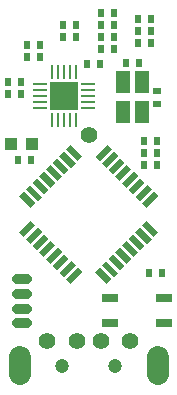
<source format=gts>
G04 EAGLE Gerber RS-274X export*
G75*
%MOMM*%
%FSLAX34Y34*%
%LPD*%
%INSolder Mask top*%
%IPPOS*%
%AMOC8*
5,1,8,0,0,1.08239X$1,22.5*%
G01*
%ADD10R,0.600000X0.700000*%
%ADD11R,0.700000X0.600000*%
%ADD12C,1.420000*%
%ADD13C,1.900000*%
%ADD14C,1.200000*%
%ADD15C,0.812800*%
%ADD16R,1.050000X1.080000*%
%ADD17R,1.450000X0.650000*%
%ADD18R,0.540000X1.400000*%
%ADD19R,0.280000X1.260000*%
%ADD20R,1.260000X0.280000*%
%ADD21R,2.400000X2.400000*%
%ADD22R,1.200000X1.900000*%
%ADD23C,1.400000*%


D10*
X124040Y196850D03*
X135040Y196850D03*
X19470Y256540D03*
X8470Y256540D03*
X35980Y288290D03*
X24980Y288290D03*
X75780Y281940D03*
X86780Y281940D03*
X35980Y298450D03*
X24980Y298450D03*
X108800Y283210D03*
X119800Y283210D03*
D11*
X134620Y248500D03*
X134620Y259500D03*
D10*
X55460Y314960D03*
X66460Y314960D03*
X55460Y304800D03*
X66460Y304800D03*
X87210Y294640D03*
X98210Y294640D03*
X87210Y314960D03*
X98210Y314960D03*
X118960Y299720D03*
X129960Y299720D03*
X129960Y320040D03*
X118960Y320040D03*
X124040Y207010D03*
X135040Y207010D03*
X124040Y217170D03*
X135040Y217170D03*
D12*
X112000Y47850D03*
X87000Y47850D03*
X67000Y47850D03*
X42000Y47850D03*
D13*
X18500Y34350D02*
X18500Y19350D01*
X135500Y19350D02*
X135500Y34350D01*
D14*
X54500Y26850D03*
X99500Y26850D03*
D15*
X24684Y62530D02*
X16556Y62530D01*
X16556Y75030D02*
X24684Y75030D01*
X24684Y87530D02*
X16556Y87530D01*
X16556Y100030D02*
X24684Y100030D01*
D10*
X98210Y325120D03*
X87210Y325120D03*
X98210Y304800D03*
X87210Y304800D03*
X129960Y309880D03*
X118960Y309880D03*
D16*
X29070Y214630D03*
X11570Y214630D03*
D10*
X138850Y105410D03*
X127850Y105410D03*
X8470Y266700D03*
X19470Y266700D03*
X28360Y200660D03*
X17360Y200660D03*
D17*
X95360Y84410D03*
X140860Y84410D03*
X95360Y62910D03*
X140860Y62910D03*
D18*
G36*
X132012Y174172D02*
X135830Y170354D01*
X125932Y160456D01*
X122114Y164274D01*
X132012Y174172D01*
G37*
G36*
X126355Y179829D02*
X130173Y176011D01*
X120275Y166113D01*
X116457Y169931D01*
X126355Y179829D01*
G37*
G36*
X120699Y185486D02*
X124517Y181668D01*
X114619Y171770D01*
X110801Y175588D01*
X120699Y185486D01*
G37*
G36*
X115042Y191143D02*
X118860Y187325D01*
X108962Y177427D01*
X105144Y181245D01*
X115042Y191143D01*
G37*
G36*
X109385Y196800D02*
X113203Y192982D01*
X103305Y183084D01*
X99487Y186902D01*
X109385Y196800D01*
G37*
G36*
X103799Y202386D02*
X107617Y198568D01*
X97719Y188670D01*
X93901Y192488D01*
X103799Y202386D01*
G37*
G36*
X98142Y208043D02*
X101960Y204225D01*
X92062Y194327D01*
X88244Y198145D01*
X98142Y208043D01*
G37*
G36*
X92485Y213700D02*
X96303Y209882D01*
X86405Y199984D01*
X82587Y203802D01*
X92485Y213700D01*
G37*
G36*
X57768Y209952D02*
X61586Y213770D01*
X71484Y203872D01*
X67666Y200054D01*
X57768Y209952D01*
G37*
G36*
X52111Y204295D02*
X55929Y208113D01*
X65827Y198215D01*
X62009Y194397D01*
X52111Y204295D01*
G37*
G36*
X46454Y198639D02*
X50272Y202457D01*
X60170Y192559D01*
X56352Y188741D01*
X46454Y198639D01*
G37*
G36*
X40797Y192982D02*
X44615Y196800D01*
X54513Y186902D01*
X50695Y183084D01*
X40797Y192982D01*
G37*
G36*
X35140Y187325D02*
X38958Y191143D01*
X48856Y181245D01*
X45038Y177427D01*
X35140Y187325D01*
G37*
G36*
X29483Y181668D02*
X33301Y185486D01*
X43199Y175588D01*
X39381Y171770D01*
X29483Y181668D01*
G37*
G36*
X23827Y176011D02*
X27645Y179829D01*
X37543Y169931D01*
X33725Y166113D01*
X23827Y176011D01*
G37*
G36*
X18170Y170354D02*
X21988Y174172D01*
X31886Y164274D01*
X28068Y160456D01*
X18170Y170354D01*
G37*
G36*
X21988Y135708D02*
X18170Y139526D01*
X28068Y149424D01*
X31886Y145606D01*
X21988Y135708D01*
G37*
G36*
X27645Y130051D02*
X23827Y133869D01*
X33725Y143767D01*
X37543Y139949D01*
X27645Y130051D01*
G37*
G36*
X33301Y124394D02*
X29483Y128212D01*
X39381Y138110D01*
X43199Y134292D01*
X33301Y124394D01*
G37*
G36*
X38958Y118737D02*
X35140Y122555D01*
X45038Y132453D01*
X48856Y128635D01*
X38958Y118737D01*
G37*
G36*
X44615Y113080D02*
X40797Y116898D01*
X50695Y126796D01*
X54513Y122978D01*
X44615Y113080D01*
G37*
G36*
X50272Y107423D02*
X46454Y111241D01*
X56352Y121139D01*
X60170Y117321D01*
X50272Y107423D01*
G37*
G36*
X55929Y101767D02*
X52111Y105585D01*
X62009Y115483D01*
X65827Y111665D01*
X55929Y101767D01*
G37*
G36*
X61586Y96110D02*
X57768Y99928D01*
X67666Y109826D01*
X71484Y106008D01*
X61586Y96110D01*
G37*
G36*
X96232Y99928D02*
X92414Y96110D01*
X82516Y106008D01*
X86334Y109826D01*
X96232Y99928D01*
G37*
G36*
X101889Y105585D02*
X98071Y101767D01*
X88173Y111665D01*
X91991Y115483D01*
X101889Y105585D01*
G37*
G36*
X107546Y111241D02*
X103728Y107423D01*
X93830Y117321D01*
X97648Y121139D01*
X107546Y111241D01*
G37*
G36*
X113203Y116898D02*
X109385Y113080D01*
X99487Y122978D01*
X103305Y126796D01*
X113203Y116898D01*
G37*
G36*
X118860Y122555D02*
X115042Y118737D01*
X105144Y128635D01*
X108962Y132453D01*
X118860Y122555D01*
G37*
G36*
X124517Y128212D02*
X120699Y124394D01*
X110801Y134292D01*
X114619Y138110D01*
X124517Y128212D01*
G37*
G36*
X130173Y133869D02*
X126355Y130051D01*
X116457Y139949D01*
X120275Y143767D01*
X130173Y133869D01*
G37*
G36*
X135830Y139526D02*
X132012Y135708D01*
X122114Y145606D01*
X125932Y149424D01*
X135830Y139526D01*
G37*
D19*
X45880Y234970D03*
X50880Y234970D03*
X55880Y234970D03*
X60880Y234970D03*
X65880Y234970D03*
D20*
X76180Y245270D03*
X76180Y250270D03*
X76180Y255270D03*
X76180Y260270D03*
X76180Y265270D03*
D19*
X65880Y275570D03*
X60880Y275570D03*
X55880Y275570D03*
X50880Y275570D03*
X45880Y275570D03*
D20*
X35580Y265270D03*
X35580Y260270D03*
X35580Y255270D03*
X35580Y250270D03*
X35580Y245270D03*
D21*
X55880Y255270D03*
D14*
X55880Y255270D03*
D22*
X106300Y266600D03*
X106300Y241400D03*
X122300Y241400D03*
X122300Y266600D03*
D23*
X77470Y222250D03*
M02*

</source>
